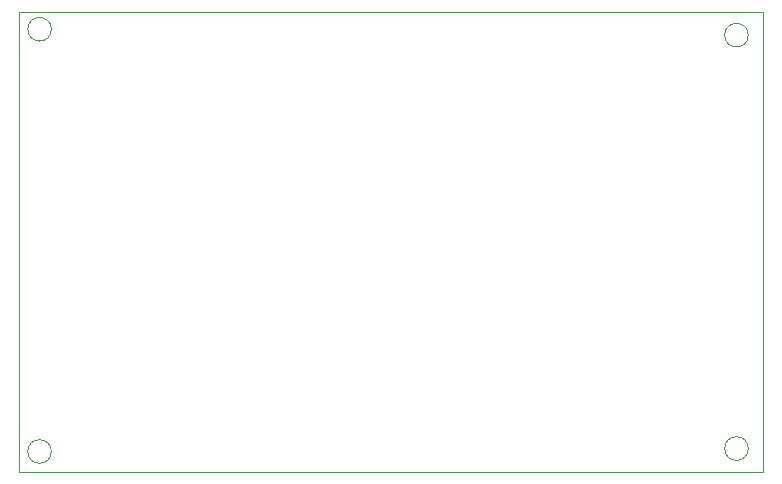
<source format=gbr>
%TF.GenerationSoftware,KiCad,Pcbnew,8.0.7*%
%TF.CreationDate,2025-04-03T15:21:43+05:30*%
%TF.ProjectId,Esdp,45736470-2e6b-4696-9361-645f70636258,rev?*%
%TF.SameCoordinates,Original*%
%TF.FileFunction,Profile,NP*%
%FSLAX46Y46*%
G04 Gerber Fmt 4.6, Leading zero omitted, Abs format (unit mm)*
G04 Created by KiCad (PCBNEW 8.0.7) date 2025-04-03 15:21:43*
%MOMM*%
%LPD*%
G01*
G04 APERTURE LIST*
%TA.AperFunction,Profile*%
%ADD10C,0.050000*%
%TD*%
G04 APERTURE END LIST*
D10*
X138000000Y-112750000D02*
G75*
G02*
X136000000Y-112750000I-1000000J0D01*
G01*
X136000000Y-112750000D02*
G75*
G02*
X138000000Y-112750000I1000000J0D01*
G01*
X138000000Y-77750000D02*
G75*
G02*
X136000000Y-77750000I-1000000J0D01*
G01*
X136000000Y-77750000D02*
G75*
G02*
X138000000Y-77750000I1000000J0D01*
G01*
X79000000Y-113000000D02*
G75*
G02*
X77000000Y-113000000I-1000000J0D01*
G01*
X77000000Y-113000000D02*
G75*
G02*
X79000000Y-113000000I1000000J0D01*
G01*
X76250000Y-75750000D02*
X139250000Y-75750000D01*
X139250000Y-114750000D01*
X76250000Y-114750000D01*
X76250000Y-75750000D01*
X79000000Y-77250000D02*
G75*
G02*
X77000000Y-77250000I-1000000J0D01*
G01*
X77000000Y-77250000D02*
G75*
G02*
X79000000Y-77250000I1000000J0D01*
G01*
M02*

</source>
